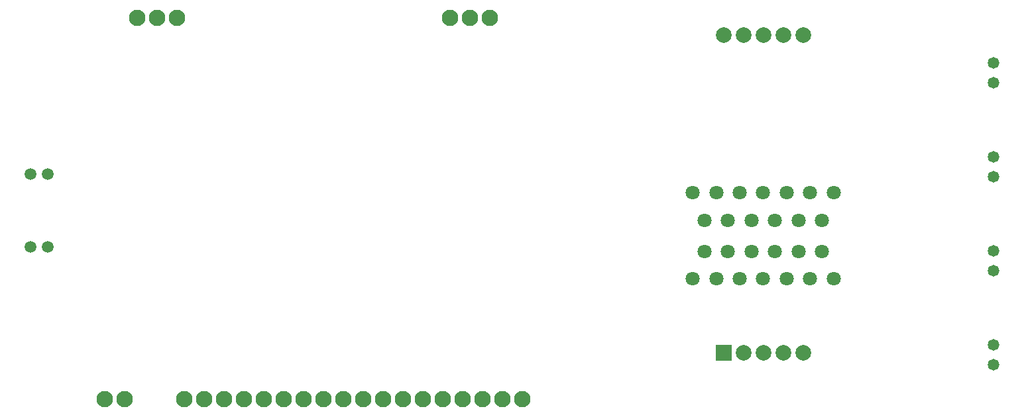
<source format=gbr>
%TF.GenerationSoftware,Altium Limited,Altium Designer,19.1.8 (144)*%
G04 Layer_Color=255*
%FSLAX26Y26*%
%MOIN*%
%TF.FileFunction,Pads,Top*%
%TF.Part,Single*%
G01*
G75*
%TA.AperFunction,ComponentPad*%
%ADD13C,0.082677*%
%TA.AperFunction,ViaPad*%
%ADD14C,0.059055*%
%TA.AperFunction,ComponentPad*%
%ADD15C,0.070866*%
%ADD16C,0.078740*%
%ADD17R,0.078740X0.078740*%
%ADD18C,0.058268*%
D13*
X426378Y98425D02*
D03*
X526378D02*
D03*
X826378D02*
D03*
X926378D02*
D03*
X1026378D02*
D03*
X1126378D02*
D03*
X1226378D02*
D03*
X1326378D02*
D03*
X1426378D02*
D03*
X1526378D02*
D03*
X1626378D02*
D03*
X1726378D02*
D03*
X1826378D02*
D03*
X1926378D02*
D03*
X2026378D02*
D03*
X2126378D02*
D03*
X2226378D02*
D03*
X2326378D02*
D03*
X2426378D02*
D03*
X2526378D02*
D03*
X790551Y2015748D02*
D03*
X690551D02*
D03*
X590551D02*
D03*
X2162205D02*
D03*
X2262205D02*
D03*
X2362205D02*
D03*
D14*
X51181Y1230315D02*
D03*
X139764Y864173D02*
D03*
X51181D02*
D03*
X139764Y1230315D02*
D03*
D15*
X3382677Y703307D02*
D03*
X3500787D02*
D03*
X3618898D02*
D03*
X3737008D02*
D03*
X3855118D02*
D03*
X3973228D02*
D03*
X4091339D02*
D03*
X3441732Y841102D02*
D03*
X3559843D02*
D03*
X3677953D02*
D03*
X3796063D02*
D03*
X3914173D02*
D03*
X4032284D02*
D03*
X3441732Y998583D02*
D03*
X3559843D02*
D03*
X3677953D02*
D03*
X3796063D02*
D03*
X3914173D02*
D03*
X4032284D02*
D03*
X3382677Y1136378D02*
D03*
X3500787D02*
D03*
X3618898D02*
D03*
X3737008D02*
D03*
X3855118D02*
D03*
X3973228D02*
D03*
X4091339D02*
D03*
D16*
X3540157Y1930433D02*
D03*
X3640157D02*
D03*
X3740157D02*
D03*
X3840157D02*
D03*
X3940157D02*
D03*
Y330433D02*
D03*
X3840157D02*
D03*
X3740157D02*
D03*
X3640157D02*
D03*
D17*
X3540157D02*
D03*
D18*
X4896614Y1788937D02*
D03*
Y1688937D02*
D03*
Y1316496D02*
D03*
Y1216496D02*
D03*
Y844055D02*
D03*
Y744055D02*
D03*
Y371614D02*
D03*
Y271614D02*
D03*
%TF.MD5,5781d1e259b44d8d05f68354ce411df3*%
M02*

</source>
